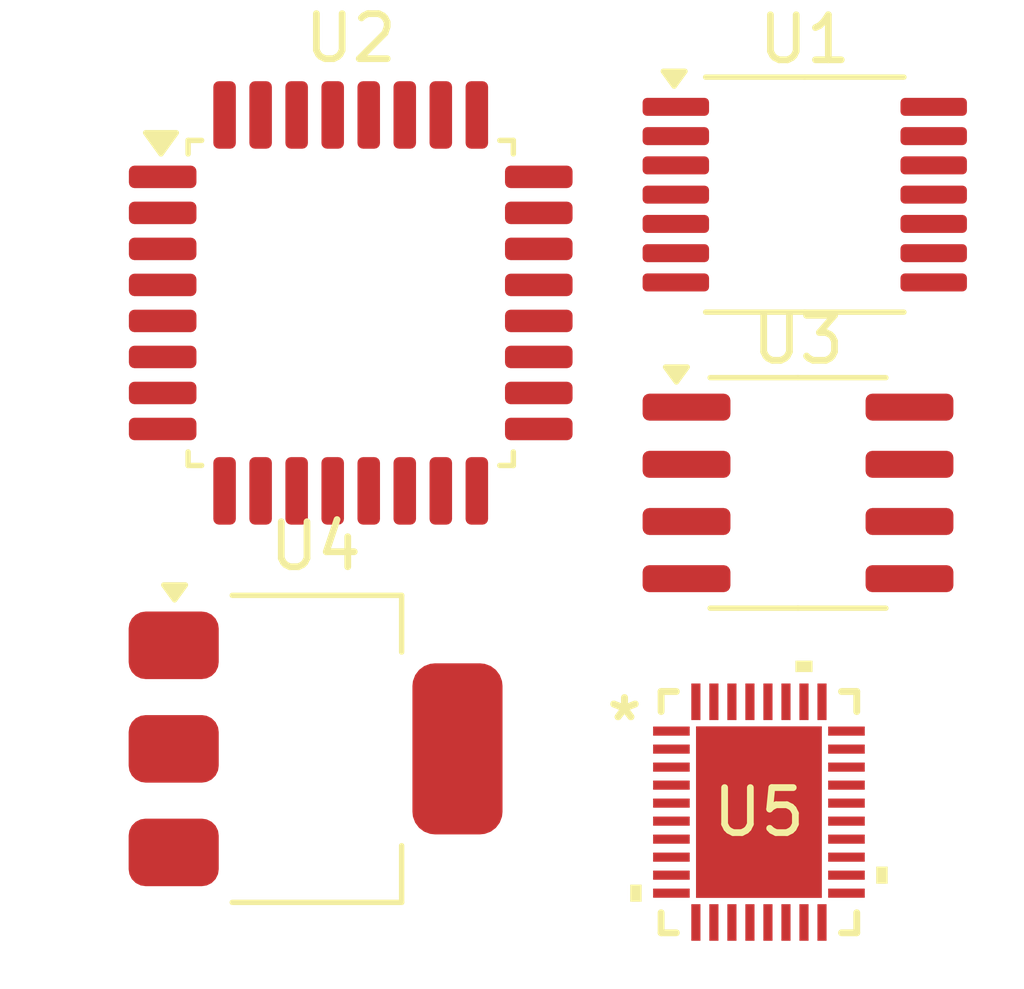
<source format=kicad_pcb>
(kicad_pcb (version 20241229) (generator "pcbnew") (generator_version "9.0")
  (layers (0 "F.Cu" signal) (2 "B.Cu" signal) (13 "F.Paste" user) (15 "B.Paste" user) (5 "F.SilkS" user "F.Silkscreen") (7 "B.SilkS" user "B.Silkscreen") (1 "F.Mask" user) (3 "B.Mask" user) (25 "Edge.Cuts" user))
  (net 0 "")
  (net 20 "Net-(U2-PA6)")
  (net 24 "Net-(U2-PA0)")
  (net 26 "Net-(U2-PA3)")
  (net 35 "Net-(U2-PA2)")
  (footprint "footprints:WQFN36_REE_TEX" (layer "F.Cu") (at 130.0569 71.700001)
    (property "Reference" "U5" (at 0 0 0) (layer "F.SilkS"))
    (property "Value" "DRV8317HREER")
    (fp_line (start -2.1717 -2.6797) (end -2.1717 -2.234339) (stroke (width 0.1524)) (layer "F.SilkS"))
    (fp_line (start -2.1717 2.234339) (end -2.1717 2.6797) (stroke (width 0.1524)) (layer "F.SilkS"))
    (fp_line (start -2.1717 2.6797) (end -1.83434 2.6797) (stroke (width 0.1524)) (layer "F.SilkS"))
    (fp_line (start -1.83434 -2.6797) (end -2.1717 -2.6797) (stroke (width 0.1524)) (layer "F.SilkS"))
    (fp_line (start 1.83434 2.6797) (end 2.1717 2.6797) (stroke (width 0.1524)) (layer "F.SilkS"))
    (fp_line (start 2.1717 -2.6797) (end 1.83434 -2.6797) (stroke (width 0.1524)) (layer "F.SilkS"))
    (fp_line (start 2.1717 -2.234339) (end 2.1717 -2.6797) (stroke (width 0.1524)) (layer "F.SilkS"))
    (fp_line (start 2.1717 2.6797) (end 2.1717 2.234339) (stroke (width 0.1524)) (layer "F.SilkS"))
    (fp_poly (pts (xy -2.8575 1.609499) (xy -2.8575 1.990499) (xy -2.6035 1.990499) (xy -2.6035 1.609499)) (fill yes) (layer "F.SilkS"))
    (fp_poly (pts (xy 0.809501 -3.1115) (xy 0.809501 -3.3655) (xy 1.190501 -3.3655) (xy 1.190501 -3.1115)) (fill yes) (layer "F.SilkS"))
    (fp_poly (pts (xy 2.8575 1.2095) (xy 2.8575 1.5905) (xy 2.6035 1.5905) (xy 2.6035 1.2095)) (fill yes) (layer "F.SilkS"))
    (fp_text user "*" (at -2.9845 -2 0) (layer "F.SilkS"))
    (fp_text user "*" (at -2.9845 -2 0) (layer "F.SilkS"))
    (pad "1" smd rect (at -1.9431 -1.799999 90) (size 0.2032 0.8128) (layers "F.Cu" "F.Mask" "F.Paste"))
    (pad "2" smd rect (at -1.9431 -1.4 90) (size 0.2032 0.8128) (layers "F.Cu" "F.Mask" "F.Paste"))
    (pad "3" smd rect (at -1.9431 -1.000001 90) (size 0.2032 0.8128) (layers "F.Cu" "F.Mask" "F.Paste"))
    (pad "4" smd rect (at -1.9431 -0.599999 90) (size 0.2032 0.8128) (layers "F.Cu" "F.Mask" "F.Paste"))
    (pad "5" smd rect (at -1.9431 -0.2 90) (size 0.2032 0.8128) (layers "F.Cu" "F.Mask" "F.Paste"))
    (pad "6" smd rect (at -1.9431 0.2 90) (size 0.2032 0.8128) (layers "F.Cu" "F.Mask" "F.Paste"))
    (pad "7" smd rect (at -1.9431 0.599999 90) (size 0.2032 0.8128) (layers "F.Cu" "F.Mask" "F.Paste"))
    (pad "8" smd rect (at -1.9431 1.000001 90) (size 0.2032 0.8128) (layers "F.Cu" "F.Mask" "F.Paste"))
    (pad "9" smd rect (at -1.9431 1.4 90) (size 0.2032 0.8128) (layers "F.Cu" "F.Mask" "F.Paste"))
    (pad "10" smd rect (at -1.9431 1.799999 90) (size 0.2032 0.8128) (layers "F.Cu" "F.Mask" "F.Paste"))
    (pad "11" smd rect (at -1.4 2.4511) (size 0.2032 0.8128) (layers "F.Cu" "F.Mask" "F.Paste"))
    (pad "12" smd rect (at -1.000001 2.4511) (size 0.2032 0.8128) (layers "F.Cu" "F.Mask" "F.Paste"))
    (pad "13" smd rect (at -0.599999 2.4511) (size 0.2032 0.8128) (layers "F.Cu" "F.Mask" "F.Paste"))
    (pad "14" smd rect (at -0.2 2.4511) (size 0.2032 0.8128) (layers "F.Cu" "F.Mask" "F.Paste"))
    (pad "15" smd rect (at 0.2 2.4511) (size 0.2032 0.8128) (layers "F.Cu" "F.Mask" "F.Paste"))
    (pad "16" smd rect (at 0.599999 2.4511) (size 0.2032 0.8128) (layers "F.Cu" "F.Mask" "F.Paste"))
    (pad "17" smd rect (at 1.000001 2.4511) (size 0.2032 0.8128) (layers "F.Cu" "F.Mask" "F.Paste"))
    (pad "18" smd rect (at 1.4 2.4511) (size 0.2032 0.8128) (layers "F.Cu" "F.Mask" "F.Paste"))
    (pad "19" smd rect (at 1.9431 1.799999 90) (size 0.2032 0.8128) (layers "F.Cu" "F.Mask" "F.Paste"))
    (pad "20" smd rect (at 1.9431 1.4 90) (size 0.2032 0.8128) (layers "F.Cu" "F.Mask" "F.Paste"))
    (pad "21" smd rect (at 1.9431 1.000001 90) (size 0.2032 0.8128) (layers "F.Cu" "F.Mask" "F.Paste"))
    (pad "22" smd rect (at 1.9431 0.599999 90) (size 0.2032 0.8128) (layers "F.Cu" "F.Mask" "F.Paste"))
    (pad "23" smd rect (at 1.9431 0.2 90) (size 0.2032 0.8128) (layers "F.Cu" "F.Mask" "F.Paste") (net 35 "Net-(U2-PA2)"))
    (pad "24" smd rect (at 1.9431 -0.2 90) (size 0.2032 0.8128) (layers "F.Cu" "F.Mask" "F.Paste"))
    (pad "25" smd rect (at 1.9431 -0.599999 90) (size 0.2032 0.8128) (layers "F.Cu" "F.Mask" "F.Paste") (net 26 "Net-(U2-PA3)"))
    (pad "26" smd rect (at 1.9431 -1.000001 90) (size 0.2032 0.8128) (layers "F.Cu" "F.Mask" "F.Paste"))
    (pad "27" smd rect (at 1.9431 -1.4 90) (size 0.2032 0.8128) (layers "F.Cu" "F.Mask" "F.Paste") (net 20 "Net-(U2-PA6)"))
    (pad "28" smd rect (at 1.9431 -1.799999 90) (size 0.2032 0.8128) (layers "F.Cu" "F.Mask" "F.Paste"))
    (pad "29" smd rect (at 1.4 -2.4511) (size 0.2032 0.8128) (layers "F.Cu" "F.Mask" "F.Paste"))
    (pad "30" smd rect (at 1.000001 -2.4511) (size 0.2032 0.8128) (layers "F.Cu" "F.Mask" "F.Paste"))
    (pad "31" smd rect (at 0.599999 -2.4511) (size 0.2032 0.8128) (layers "F.Cu" "F.Mask" "F.Paste"))
    (pad "32" smd rect (at 0.2 -2.4511) (size 0.2032 0.8128) (layers "F.Cu" "F.Mask" "F.Paste"))
    (pad "33" smd rect (at -0.2 -2.4511) (size 0.2032 0.8128) (layers "F.Cu" "F.Mask" "F.Paste") (net 24 "Net-(U2-PA0)"))
    (pad "34" smd rect (at -0.599999 -2.4511) (size 0.2032 0.8128) (layers "F.Cu" "F.Mask" "F.Paste"))
    (pad "35" smd rect (at -1.000001 -2.4511) (size 0.2032 0.8128) (layers "F.Cu" "F.Mask" "F.Paste"))
    (pad "36" smd rect (at -1.4 -2.4511) (size 0.2032 0.8128) (layers "F.Cu" "F.Mask" "F.Paste"))
    (pad "37" smd rect (at 0 0) (size 2.794 3.81) (layers "F.Cu" "F.Mask" "F.Paste"))
  )
  (footprint "Package_SO:SOIC-8_3.9x4.9mm_P1.27mm" (layer "F.Cu") (at 130.9244 64.609501)
    (property "Reference" "U3" (at 0 -3.4 0) (layer "F.SilkS"))
    (property "Value" "SN65HVD230")
    (fp_line (start 0 -2.56) (end -1.95 -2.56) (stroke (width 0.12)) (layer "F.SilkS"))
    (fp_line (start 0 -2.56) (end 1.95 -2.56) (stroke (width 0.12)) (layer "F.SilkS"))
    (fp_line (start 0 2.56) (end -1.95 2.56) (stroke (width 0.12)) (layer "F.SilkS"))
    (fp_line (start 0 2.56) (end 1.95 2.56) (stroke (width 0.12)) (layer "F.SilkS"))
    (fp_poly (pts (xy -2.7 -2.465) (xy -2.94 -2.795) (xy -2.46 -2.795)) (stroke (width 0.12)) (fill yes) (layer "F.SilkS"))
    (pad "1" smd roundrect (at -2.475 -1.905) (size 1.95 0.6) (layers "F.Cu" "F.Mask" "F.Paste"))
    (pad "2" smd roundrect (at -2.475 -0.635) (size 1.95 0.6) (layers "F.Cu" "F.Mask" "F.Paste"))
    (pad "3" smd roundrect (at -2.475 0.635) (size 1.95 0.6) (layers "F.Cu" "F.Mask" "F.Paste"))
    (pad "4" smd roundrect (at -2.475 1.905) (size 1.95 0.6) (layers "F.Cu" "F.Mask" "F.Paste"))
    (pad "5" smd roundrect (at 2.475 1.905) (size 1.95 0.6) (layers "F.Cu" "F.Mask" "F.Paste"))
    (pad "6" smd roundrect (at 2.475 0.635) (size 1.95 0.6) (layers "F.Cu" "F.Mask" "F.Paste"))
    (pad "7" smd roundrect (at 2.475 -0.635) (size 1.95 0.6) (layers "F.Cu" "F.Mask" "F.Paste"))
    (pad "8" smd roundrect (at 2.475 -1.905) (size 1.95 0.6) (layers "F.Cu" "F.Mask" "F.Paste"))
  )
  (footprint "Package_TO_SOT_SMD:SOT-223-3_TabPin2" (layer "F.Cu") (at 120.2144 70.294501)
    (property "Reference" "U4" (at 0 -4.5 0) (layer "F.SilkS"))
    (property "Value" "UA78M33QDCYRQ1")
    (fp_line (start -1.85 -3.41) (end 1.91 -3.41) (stroke (width 0.12)) (layer "F.SilkS"))
    (fp_line (start -1.85 3.41) (end 1.91 3.41) (stroke (width 0.12)) (layer "F.SilkS"))
    (fp_line (start 1.91 -3.41) (end 1.91 -2.15) (stroke (width 0.12)) (layer "F.SilkS"))
    (fp_line (start 1.91 3.41) (end 1.91 2.15) (stroke (width 0.12)) (layer "F.SilkS"))
    (fp_poly (pts (xy -3.13 -3.31) (xy -3.37 -3.64) (xy -2.89 -3.64) (xy -3.13 -3.31)) (stroke (width 0.12)) (fill yes) (layer "F.SilkS"))
    (pad "1" smd roundrect (at -3.15 -2.3) (size 2 1.5) (layers "F.Cu" "F.Mask" "F.Paste"))
    (pad "2" smd roundrect (at -3.15 0) (size 2 1.5) (layers "F.Cu" "F.Mask" "F.Paste"))
    (pad "2" smd roundrect (at 3.15 0) (size 2 3.8) (layers "F.Cu" "F.Mask" "F.Paste"))
    (pad "3" smd roundrect (at -3.15 2.3) (size 2 1.5) (layers "F.Cu" "F.Mask" "F.Paste"))
  )
  (footprint "Package_SO:TSSOP-14_4.4x5mm_P0.65mm" (layer "F.Cu") (at 131.0744 57.984501)
    (property "Reference" "U1" (at 0 -3.45 0) (layer "F.SilkS"))
    (property "Value" "AS5048A")
    (fp_line (start 0 -2.61) (end -2.2 -2.61) (stroke (width 0.12)) (layer "F.SilkS"))
    (fp_line (start 0 -2.61) (end 2.2 -2.61) (stroke (width 0.12)) (layer "F.SilkS"))
    (fp_line (start 0 2.61) (end -2.2 2.61) (stroke (width 0.12)) (layer "F.SilkS"))
    (fp_line (start 0 2.61) (end 2.2 2.61) (stroke (width 0.12)) (layer "F.SilkS"))
    (fp_poly (pts (xy -2.9 -2.41) (xy -3.14 -2.74) (xy -2.66 -2.74)) (stroke (width 0.12)) (fill yes) (layer "F.SilkS"))
    (pad "1" smd roundrect (at -2.8625 -1.95) (size 1.475 0.4) (layers "F.Cu" "F.Mask" "F.Paste"))
    (pad "2" smd roundrect (at -2.8625 -1.3) (size 1.475 0.4) (layers "F.Cu" "F.Mask" "F.Paste"))
    (pad "3" smd roundrect (at -2.8625 -0.65) (size 1.475 0.4) (layers "F.Cu" "F.Mask" "F.Paste"))
    (pad "4" smd roundrect (at -2.8625 0) (size 1.475 0.4) (layers "F.Cu" "F.Mask" "F.Paste"))
    (pad "5" smd roundrect (at -2.8625 0.65) (size 1.475 0.4) (layers "F.Cu" "F.Mask" "F.Paste"))
    (pad "6" smd roundrect (at -2.8625 1.3) (size 1.475 0.4) (layers "F.Cu" "F.Mask" "F.Paste"))
    (pad "7" smd roundrect (at -2.8625 1.95) (size 1.475 0.4) (layers "F.Cu" "F.Mask" "F.Paste"))
    (pad "8" smd roundrect (at 2.8625 1.95) (size 1.475 0.4) (layers "F.Cu" "F.Mask" "F.Paste"))
    (pad "9" smd roundrect (at 2.8625 1.3) (size 1.475 0.4) (layers "F.Cu" "F.Mask" "F.Paste"))
    (pad "10" smd roundrect (at 2.8625 0.65) (size 1.475 0.4) (layers "F.Cu" "F.Mask" "F.Paste"))
    (pad "11" smd roundrect (at 2.8625 0) (size 1.475 0.4) (layers "F.Cu" "F.Mask" "F.Paste"))
    (pad "12" smd roundrect (at 2.8625 -0.65) (size 1.475 0.4) (layers "F.Cu" "F.Mask" "F.Paste"))
    (pad "13" smd roundrect (at 2.8625 -1.3) (size 1.475 0.4) (layers "F.Cu" "F.Mask" "F.Paste"))
    (pad "14" smd roundrect (at 2.8625 -1.95) (size 1.475 0.4) (layers "F.Cu" "F.Mask" "F.Paste"))
  )
  (footprint "Package_QFP:LQFP-32_7x7mm_P0.8mm" (layer "F.Cu") (at 120.9944 60.389501)
    (property "Reference" "U2" (at 0 -5.88 0) (layer "F.SilkS"))
    (property "Value" "STM32G0B1KCTx")
    (fp_line (start -3.61 -3.61) (end -3.61 -3.31) (stroke (width 0.12)) (layer "F.SilkS"))
    (fp_line (start -3.61 3.61) (end -3.61 3.31) (stroke (width 0.12)) (layer "F.SilkS"))
    (fp_line (start -3.31 -3.61) (end -3.61 -3.61) (stroke (width 0.12)) (layer "F.SilkS"))
    (fp_line (start -3.31 3.61) (end -3.61 3.61) (stroke (width 0.12)) (layer "F.SilkS"))
    (fp_line (start 3.31 -3.61) (end 3.61 -3.61) (stroke (width 0.12)) (layer "F.SilkS"))
    (fp_line (start 3.31 3.61) (end 3.61 3.61) (stroke (width 0.12)) (layer "F.SilkS"))
    (fp_line (start 3.61 -3.61) (end 3.61 -3.31) (stroke (width 0.12)) (layer "F.SilkS"))
    (fp_line (start 3.61 3.61) (end 3.61 3.31) (stroke (width 0.12)) (layer "F.SilkS"))
    (fp_poly (pts (xy -4.2125 -3.31) (xy -4.5525 -3.78) (xy -3.8725 -3.78)) (stroke (width 0.12)) (fill yes) (layer "F.SilkS"))
    (pad "1" smd roundrect (at -4.175 -2.8) (size 1.5 0.5) (layers "F.Cu" "F.Mask" "F.Paste"))
    (pad "2" smd roundrect (at -4.175 -2) (size 1.5 0.5) (layers "F.Cu" "F.Mask" "F.Paste"))
    (pad "3" smd roundrect (at -4.175 -1.2) (size 1.5 0.5) (layers "F.Cu" "F.Mask" "F.Paste"))
    (pad "4" smd roundrect (at -4.175 -0.4) (size 1.5 0.5) (layers "F.Cu" "F.Mask" "F.Paste"))
    (pad "5" smd roundrect (at -4.175 0.4) (size 1.5 0.5) (layers "F.Cu" "F.Mask" "F.Paste"))
    (pad "6" smd roundrect (at -4.175 1.2) (size 1.5 0.5) (layers "F.Cu" "F.Mask" "F.Paste"))
    (pad "7" smd roundrect (at -4.175 2) (size 1.5 0.5) (layers "F.Cu" "F.Mask" "F.Paste") (net 24 "Net-(U2-PA0)"))
    (pad "8" smd roundrect (at -4.175 2.8) (size 1.5 0.5) (layers "F.Cu" "F.Mask" "F.Paste"))
    (pad "9" smd roundrect (at -2.8 4.175) (size 0.5 1.5) (layers "F.Cu" "F.Mask" "F.Paste") (net 35 "Net-(U2-PA2)"))
    (pad "10" smd roundrect (at -2 4.175) (size 0.5 1.5) (layers "F.Cu" "F.Mask" "F.Paste") (net 26 "Net-(U2-PA3)"))
    (pad "11" smd roundrect (at -1.2 4.175) (size 0.5 1.5) (layers "F.Cu" "F.Mask" "F.Paste"))
    (pad "12" smd roundrect (at -0.4 4.175) (size 0.5 1.5) (layers "F.Cu" "F.Mask" "F.Paste"))
    (pad "13" smd roundrect (at 0.4 4.175) (size 0.5 1.5) (layers "F.Cu" "F.Mask" "F.Paste") (net 20 "Net-(U2-PA6)"))
    (pad "14" smd roundrect (at 1.2 4.175) (size 0.5 1.5) (layers "F.Cu" "F.Mask" "F.Paste"))
    (pad "15" smd roundrect (at 2 4.175) (size 0.5 1.5) (layers "F.Cu" "F.Mask" "F.Paste"))
    (pad "16" smd roundrect (at 2.8 4.175) (size 0.5 1.5) (layers "F.Cu" "F.Mask" "F.Paste"))
    (pad "17" smd roundrect (at 4.175 2.8) (size 1.5 0.5) (layers "F.Cu" "F.Mask" "F.Paste"))
    (pad "18" smd roundrect (at 4.175 2) (size 1.5 0.5) (layers "F.Cu" "F.Mask" "F.Paste"))
    (pad "19" smd roundrect (at 4.175 1.2) (size 1.5 0.5) (layers "F.Cu" "F.Mask" "F.Paste"))
    (pad "20" smd roundrect (at 4.175 0.4) (size 1.5 0.5) (layers "F.Cu" "F.Mask" "F.Paste"))
    (pad "21" smd roundrect (at 4.175 -0.4) (size 1.5 0.5) (layers "F.Cu" "F.Mask" "F.Paste"))
    (pad "22" smd roundrect (at 4.175 -1.2) (size 1.5 0.5) (layers "F.Cu" "F.Mask" "F.Paste"))
    (pad "23" smd roundrect (at 4.175 -2) (size 1.5 0.5) (layers "F.Cu" "F.Mask" "F.Paste"))
    (pad "24" smd roundrect (at 4.175 -2.8) (size 1.5 0.5) (layers "F.Cu" "F.Mask" "F.Paste"))
    (pad "25" smd roundrect (at 2.8 -4.175) (size 0.5 1.5) (layers "F.Cu" "F.Mask" "F.Paste"))
    (pad "26" smd roundrect (at 2 -4.175) (size 0.5 1.5) (layers "F.Cu" "F.Mask" "F.Paste"))
    (pad "27" smd roundrect (at 1.2 -4.175) (size 0.5 1.5) (layers "F.Cu" "F.Mask" "F.Paste"))
    (pad "28" smd roundrect (at 0.4 -4.175) (size 0.5 1.5) (layers "F.Cu" "F.Mask" "F.Paste"))
    (pad "29" smd roundrect (at -0.4 -4.175) (size 0.5 1.5) (layers "F.Cu" "F.Mask" "F.Paste"))
    (pad "30" smd roundrect (at -1.2 -4.175) (size 0.5 1.5) (layers "F.Cu" "F.Mask" "F.Paste"))
    (pad "31" smd roundrect (at -2 -4.175) (size 0.5 1.5) (layers "F.Cu" "F.Mask" "F.Paste"))
    (pad "32" smd roundrect (at -2.8 -4.175) (size 0.5 1.5) (layers "F.Cu" "F.Mask" "F.Paste"))
  )
)
</source>
